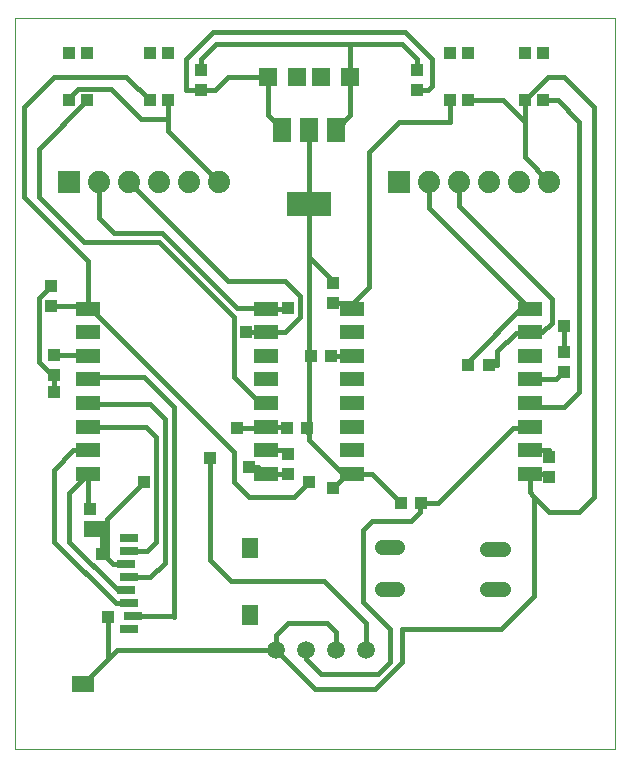
<source format=gtl>
G75*
%MOIN*%
%OFA0B0*%
%FSLAX25Y25*%
%IPPOS*%
%LPD*%
%AMOC8*
5,1,8,0,0,1.08239X$1,22.5*
%
%ADD10C,0.00000*%
%ADD11R,0.05937X0.05937*%
%ADD12C,0.05150*%
%ADD13R,0.05512X0.07087*%
%ADD14R,0.07480X0.05512*%
%ADD15R,0.05906X0.03150*%
%ADD16R,0.07400X0.07400*%
%ADD17C,0.07400*%
%ADD18R,0.03937X0.04331*%
%ADD19R,0.04331X0.03937*%
%ADD20R,0.03937X0.03937*%
%ADD21R,0.05906X0.07874*%
%ADD22R,0.14961X0.07874*%
%ADD23R,0.07874X0.04724*%
%ADD24C,0.05937*%
%ADD25C,0.01600*%
%ADD26R,0.03962X0.03962*%
D10*
X0007667Y0001000D02*
X0007667Y0244701D01*
X0207588Y0244701D01*
X0207588Y0001000D01*
X0007667Y0001000D01*
D11*
X0091887Y0225000D03*
X0101730Y0225000D03*
X0109604Y0225000D03*
X0119446Y0225000D03*
D12*
X0129989Y0068260D02*
X0135139Y0068260D01*
X0135139Y0054323D02*
X0129989Y0054323D01*
X0165139Y0054323D02*
X0170289Y0054323D01*
X0170289Y0067472D02*
X0165139Y0067472D01*
D13*
X0086092Y0067929D03*
X0086092Y0045488D03*
D14*
X0034320Y0074228D03*
X0030383Y0022457D03*
D15*
X0045541Y0040803D03*
X0047115Y0045134D03*
X0045541Y0049465D03*
X0044753Y0053795D03*
X0045541Y0058126D03*
X0044753Y0062457D03*
X0045541Y0066787D03*
X0045541Y0071118D03*
D16*
X0025667Y0190000D03*
X0135667Y0190000D03*
D17*
X0145667Y0190000D03*
X0155667Y0190000D03*
X0165667Y0190000D03*
X0175667Y0190000D03*
X0185667Y0190000D03*
X0075667Y0190000D03*
X0065667Y0190000D03*
X0055667Y0190000D03*
X0045667Y0190000D03*
X0035667Y0190000D03*
D18*
X0019667Y0155346D03*
X0019667Y0148654D03*
X0020667Y0132346D03*
X0020667Y0125654D03*
X0098667Y0099346D03*
X0098667Y0092654D03*
X0113667Y0149654D03*
X0113667Y0156346D03*
X0141667Y0220654D03*
X0141667Y0227346D03*
X0069667Y0227346D03*
X0069667Y0220654D03*
X0185667Y0098346D03*
X0185667Y0091654D03*
X0190667Y0126654D03*
X0190667Y0133346D03*
D19*
X0143013Y0083000D03*
X0136320Y0083000D03*
X0105013Y0108000D03*
X0098320Y0108000D03*
X0106320Y0132000D03*
X0113013Y0132000D03*
D20*
X0152517Y0217126D03*
X0158816Y0217126D03*
X0158816Y0232874D03*
X0152517Y0232874D03*
X0177517Y0232874D03*
X0183816Y0232874D03*
X0183816Y0217126D03*
X0177517Y0217126D03*
X0058816Y0217126D03*
X0052517Y0217126D03*
X0052517Y0232874D03*
X0058816Y0232874D03*
X0031816Y0232874D03*
X0025517Y0232874D03*
X0025517Y0217126D03*
X0031816Y0217126D03*
D21*
X0096612Y0207402D03*
X0105667Y0207402D03*
X0114722Y0207402D03*
D22*
X0105667Y0182598D03*
D23*
X0120139Y0147717D03*
X0120139Y0139843D03*
X0120139Y0131969D03*
X0120139Y0124094D03*
X0120139Y0116220D03*
X0120139Y0108346D03*
X0120139Y0100472D03*
X0120139Y0092598D03*
X0091194Y0092598D03*
X0091194Y0100472D03*
X0091194Y0108346D03*
X0091194Y0116220D03*
X0091194Y0124094D03*
X0091194Y0131969D03*
X0091194Y0139843D03*
X0091194Y0147717D03*
X0032139Y0147717D03*
X0032139Y0139843D03*
X0032139Y0131969D03*
X0032139Y0124094D03*
X0032139Y0116220D03*
X0032139Y0108346D03*
X0032139Y0100472D03*
X0032139Y0092598D03*
X0179194Y0092598D03*
X0179194Y0100472D03*
X0179194Y0108346D03*
X0179194Y0116220D03*
X0179194Y0124094D03*
X0179194Y0131969D03*
X0179194Y0139843D03*
X0179194Y0147717D03*
D24*
X0124667Y0034000D03*
X0114667Y0034000D03*
X0104667Y0034000D03*
X0094667Y0034000D03*
D25*
X0041667Y0034000D01*
X0038667Y0031000D01*
X0038667Y0045000D01*
X0041202Y0049465D02*
X0020667Y0070000D01*
X0020667Y0094000D01*
X0027139Y0100472D01*
X0032139Y0100472D01*
X0032139Y0092598D02*
X0032139Y0081528D01*
X0032667Y0081000D01*
X0034667Y0074000D02*
X0036667Y0072000D01*
X0038167Y0070500D01*
X0038167Y0064500D01*
X0040210Y0062457D01*
X0044753Y0062457D01*
X0045541Y0066787D02*
X0045753Y0067000D01*
X0051667Y0067000D01*
X0054667Y0070000D01*
X0054667Y0105000D01*
X0051320Y0108346D01*
X0032139Y0108346D01*
X0032360Y0116000D02*
X0032139Y0116220D01*
X0032360Y0116000D02*
X0052667Y0116000D01*
X0057667Y0111000D01*
X0057667Y0063000D01*
X0052793Y0058126D01*
X0045541Y0058126D01*
X0044753Y0053795D02*
X0041871Y0053795D01*
X0025667Y0070000D01*
X0025667Y0086126D01*
X0032139Y0092598D01*
X0038167Y0077500D02*
X0038167Y0070500D01*
X0036667Y0072000D02*
X0036667Y0066000D01*
X0038167Y0077500D02*
X0050667Y0090000D01*
X0072667Y0098000D02*
X0072667Y0064000D01*
X0079667Y0057000D01*
X0110667Y0057000D01*
X0124667Y0043000D01*
X0124667Y0034000D01*
X0128667Y0026000D02*
X0132667Y0030000D01*
X0132667Y0041000D01*
X0123667Y0050000D01*
X0123667Y0074000D01*
X0126667Y0077000D01*
X0139667Y0077000D01*
X0142667Y0080000D01*
X0142667Y0082654D01*
X0143013Y0083000D01*
X0148667Y0083000D01*
X0173667Y0108000D01*
X0178848Y0108000D01*
X0179194Y0108346D01*
X0180415Y0115000D02*
X0179194Y0116220D01*
X0180415Y0115000D02*
X0190667Y0115000D01*
X0195667Y0120000D01*
X0195667Y0210000D01*
X0188541Y0217126D01*
X0183816Y0217126D01*
X0177517Y0217126D02*
X0177517Y0210000D01*
X0170391Y0217126D01*
X0158816Y0217126D01*
X0152517Y0217126D02*
X0152517Y0210000D01*
X0135667Y0210000D01*
X0125667Y0200000D01*
X0125667Y0155000D01*
X0120320Y0149654D01*
X0113667Y0149654D01*
X0118202Y0149654D01*
X0120139Y0147717D01*
X0113667Y0156346D02*
X0113667Y0157000D01*
X0105667Y0165000D01*
X0105667Y0132000D01*
X0106320Y0132000D01*
X0105667Y0132000D02*
X0105667Y0108000D01*
X0105013Y0108000D01*
X0105667Y0108000D02*
X0105667Y0106000D01*
X0105013Y0106654D01*
X0105667Y0106000D02*
X0105667Y0104000D01*
X0117667Y0092000D01*
X0113667Y0088000D01*
X0117667Y0092000D02*
X0119541Y0092000D01*
X0120139Y0092598D01*
X0126722Y0092598D01*
X0136320Y0083000D01*
X0105667Y0090000D02*
X0100667Y0085000D01*
X0085667Y0085000D01*
X0080667Y0090000D01*
X0080667Y0100000D01*
X0032950Y0147717D01*
X0032139Y0147717D01*
X0032139Y0163528D01*
X0010667Y0185000D01*
X0010667Y0215000D01*
X0020667Y0225000D01*
X0044643Y0225000D01*
X0052517Y0217126D01*
X0058667Y0217126D02*
X0058667Y0211000D01*
X0049667Y0211000D01*
X0039667Y0221000D01*
X0028667Y0221000D01*
X0025517Y0217850D01*
X0025517Y0217126D01*
X0031816Y0217126D02*
X0015667Y0200976D01*
X0015667Y0185000D01*
X0030667Y0170000D01*
X0055667Y0170000D01*
X0080667Y0145000D01*
X0080667Y0125000D01*
X0090667Y0115000D01*
X0090667Y0115693D01*
X0091194Y0116220D01*
X0091194Y0108346D02*
X0097974Y0108346D01*
X0098320Y0108000D01*
X0097541Y0100472D02*
X0098667Y0099346D01*
X0097541Y0100472D02*
X0091194Y0100472D01*
X0088793Y0095000D02*
X0085667Y0095000D01*
X0088793Y0095000D02*
X0091194Y0092598D01*
X0098612Y0092598D01*
X0098667Y0092654D01*
X0090848Y0108000D02*
X0091194Y0108346D01*
X0090848Y0108000D02*
X0081667Y0108000D01*
X0060667Y0115000D02*
X0050667Y0125000D01*
X0033045Y0125000D01*
X0032139Y0124094D01*
X0032139Y0131969D02*
X0031761Y0132346D01*
X0020667Y0132346D01*
X0015667Y0130000D02*
X0020013Y0125654D01*
X0020667Y0125654D01*
X0020667Y0120000D01*
X0015667Y0130000D02*
X0015667Y0151346D01*
X0019667Y0155346D01*
X0019667Y0148654D02*
X0031202Y0148654D01*
X0032139Y0147717D01*
X0040667Y0173000D02*
X0056667Y0173000D01*
X0081667Y0148000D01*
X0090911Y0148000D01*
X0091194Y0147717D01*
X0098383Y0147717D01*
X0098667Y0148000D01*
X0102667Y0145000D02*
X0102667Y0152000D01*
X0097667Y0157000D01*
X0078667Y0157000D01*
X0045667Y0190000D01*
X0035667Y0190000D02*
X0035667Y0178000D01*
X0040667Y0173000D01*
X0058816Y0206850D02*
X0075667Y0190000D01*
X0058816Y0206850D02*
X0058816Y0217126D01*
X0058667Y0217126D01*
X0064667Y0220654D02*
X0069667Y0220654D01*
X0074320Y0220654D01*
X0078667Y0225000D01*
X0091887Y0225000D01*
X0091887Y0212126D01*
X0096612Y0207402D01*
X0105667Y0207402D02*
X0105667Y0182598D01*
X0105667Y0165000D01*
X0102667Y0145000D02*
X0097667Y0140000D01*
X0091352Y0140000D01*
X0084667Y0140000D01*
X0091194Y0139843D02*
X0091352Y0140000D01*
X0113013Y0132000D02*
X0120108Y0132000D01*
X0120139Y0131969D01*
X0158667Y0130000D02*
X0177789Y0149122D01*
X0179194Y0147717D01*
X0177789Y0149122D02*
X0145667Y0181244D01*
X0145667Y0190000D01*
X0155667Y0190000D02*
X0155667Y0182000D01*
X0186667Y0151000D01*
X0186667Y0143040D01*
X0183387Y0139760D01*
X0179277Y0139760D01*
X0179194Y0139843D01*
X0179072Y0139720D01*
X0174507Y0139720D01*
X0168352Y0133565D01*
X0168352Y0129000D01*
X0165667Y0129000D01*
X0158667Y0129000D02*
X0158667Y0130000D01*
X0179194Y0124094D02*
X0188108Y0124094D01*
X0190667Y0126654D01*
X0190667Y0133346D02*
X0190667Y0142000D01*
X0185667Y0100472D02*
X0179194Y0100472D01*
X0179194Y0092598D02*
X0185667Y0092598D01*
X0185667Y0091654D01*
X0185667Y0098346D02*
X0185667Y0100472D01*
X0179194Y0092598D02*
X0179194Y0086472D01*
X0180667Y0085000D01*
X0180667Y0052000D01*
X0169667Y0041000D01*
X0136667Y0041000D01*
X0136667Y0030000D01*
X0127667Y0021000D01*
X0107667Y0021000D01*
X0094667Y0034000D01*
X0094667Y0039000D01*
X0098667Y0043000D01*
X0111667Y0043000D01*
X0114667Y0040000D01*
X0114667Y0034000D01*
X0109667Y0026000D02*
X0128667Y0026000D01*
X0109667Y0026000D02*
X0104667Y0031000D01*
X0104667Y0034000D01*
X0060667Y0045000D02*
X0060667Y0115000D01*
X0045541Y0049465D02*
X0041202Y0049465D01*
X0047115Y0045134D02*
X0060533Y0045134D01*
X0060667Y0045000D01*
X0038667Y0031000D02*
X0029667Y0022000D01*
X0180667Y0085000D02*
X0185667Y0080000D01*
X0195667Y0080000D01*
X0200667Y0085000D01*
X0200667Y0215000D01*
X0190667Y0225000D01*
X0185391Y0225000D01*
X0177517Y0217126D01*
X0177517Y0210000D02*
X0177517Y0198150D01*
X0185667Y0190000D01*
X0146667Y0222000D02*
X0146667Y0231000D01*
X0137667Y0240000D01*
X0073667Y0240000D01*
X0064667Y0231000D01*
X0064667Y0220654D01*
X0069667Y0227346D02*
X0069667Y0231000D01*
X0074667Y0236000D01*
X0119446Y0236000D01*
X0119446Y0225000D01*
X0119446Y0212126D01*
X0114722Y0207402D01*
X0119446Y0236000D02*
X0136667Y0236000D01*
X0141667Y0231000D01*
X0141667Y0227346D01*
X0141667Y0220654D02*
X0145320Y0220654D01*
X0146667Y0222000D01*
D26*
X0098667Y0148000D03*
X0084667Y0140000D03*
X0081667Y0108000D03*
X0072667Y0098000D03*
X0085667Y0095000D03*
X0105667Y0090000D03*
X0113667Y0088000D03*
X0158667Y0129000D03*
X0165667Y0129000D03*
X0190667Y0142000D03*
X0050667Y0090000D03*
X0032667Y0081000D03*
X0036667Y0066000D03*
X0038667Y0045000D03*
X0020667Y0120000D03*
M02*

</source>
